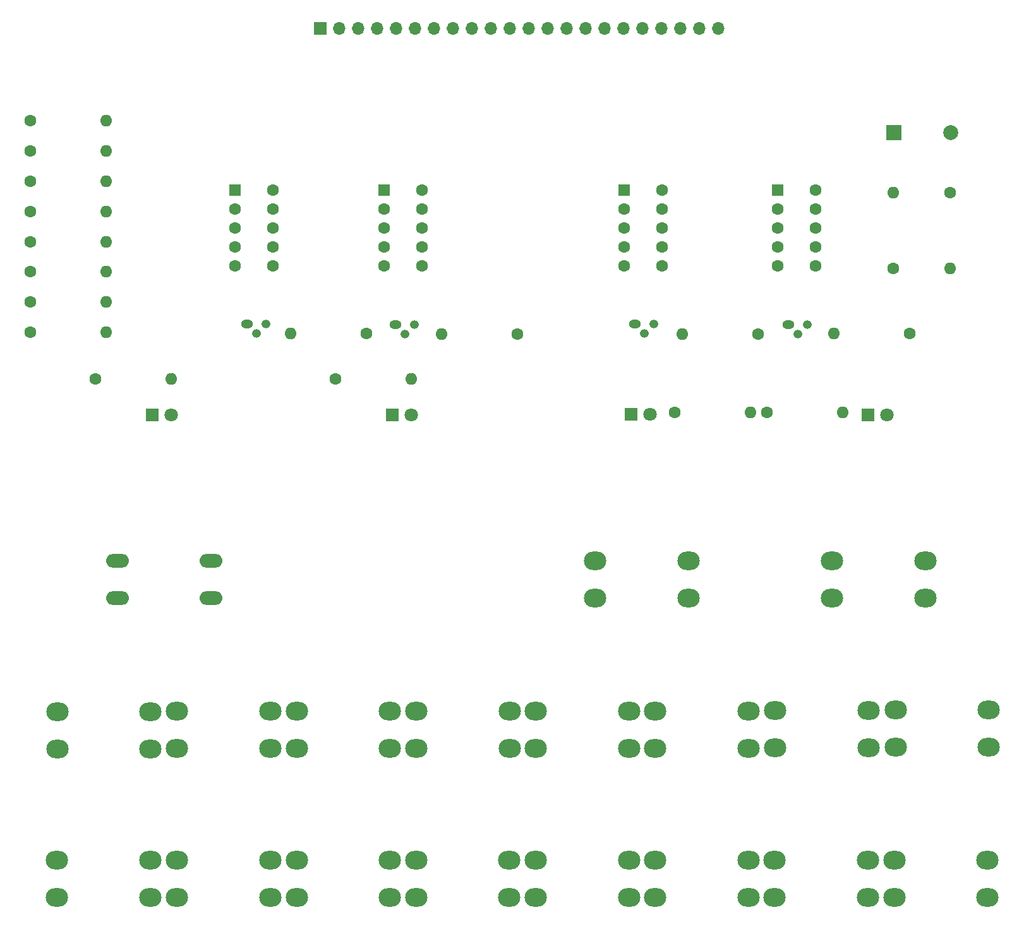
<source format=gts>
%TF.GenerationSoftware,KiCad,Pcbnew,7.0.6*%
%TF.CreationDate,2024-01-22T18:50:27-05:00*%
%TF.ProjectId,CHESSmate PCB,43484553-536d-4617-9465-205043422e6b,rev?*%
%TF.SameCoordinates,Original*%
%TF.FileFunction,Soldermask,Top*%
%TF.FilePolarity,Negative*%
%FSLAX46Y46*%
G04 Gerber Fmt 4.6, Leading zero omitted, Abs format (unit mm)*
G04 Created by KiCad (PCBNEW 7.0.6) date 2024-01-22 18:50:27*
%MOMM*%
%LPD*%
G01*
G04 APERTURE LIST*
%ADD10O,1.600000X1.200000*%
%ADD11O,1.200000X1.200000*%
%ADD12R,1.700000X1.700000*%
%ADD13O,1.700000X1.700000*%
%ADD14R,2.000000X2.000000*%
%ADD15C,2.000000*%
%ADD16O,3.048000X1.850000*%
%ADD17C,1.600000*%
%ADD18O,1.600000X1.600000*%
%ADD19R,1.600000X1.600000*%
%ADD20O,3.000000X2.500000*%
%ADD21R,1.800000X1.800000*%
%ADD22C,1.800000*%
G04 APERTURE END LIST*
D10*
%TO.C,2N2222A*%
X99730000Y-69360000D03*
D11*
X101000000Y-70630000D03*
X102270000Y-69360000D03*
%TD*%
D10*
%TO.C,2N2222A*%
X152404724Y-69364724D03*
D11*
X153674724Y-70634724D03*
X154944724Y-69364724D03*
%TD*%
D10*
%TO.C,2N2222A*%
X131820000Y-69340000D03*
D11*
X133090000Y-70610000D03*
X134360000Y-69340000D03*
%TD*%
D10*
%TO.C,2N2222A*%
X79804724Y-69284724D03*
D11*
X81074724Y-70554724D03*
X82344724Y-69284724D03*
%TD*%
D12*
%TO.C,J1*%
X89662000Y-29718000D03*
D13*
X92202000Y-29718000D03*
X94742000Y-29718000D03*
X97282000Y-29718000D03*
X99822000Y-29718000D03*
X102362000Y-29718000D03*
X104902000Y-29718000D03*
X107442000Y-29718000D03*
X109982000Y-29718000D03*
X112522000Y-29718000D03*
X115062000Y-29718000D03*
X117602000Y-29718000D03*
X120142000Y-29718000D03*
X122682000Y-29718000D03*
X125222000Y-29718000D03*
X127762000Y-29718000D03*
X130302000Y-29718000D03*
X132842000Y-29718000D03*
X135382000Y-29718000D03*
X137922000Y-29718000D03*
X140462000Y-29718000D03*
X143002000Y-29718000D03*
%TD*%
D14*
%TO.C,BZ1*%
X166510000Y-43670000D03*
D15*
X174110000Y-43670000D03*
%TD*%
D16*
%TO.C,SW17*%
X62470000Y-101070000D03*
X74970000Y-101070000D03*
X62470000Y-106070000D03*
X74970000Y-106070000D03*
%TD*%
D17*
%TO.C,75R*%
X59480000Y-76690000D03*
D18*
X69640000Y-76690000D03*
%TD*%
D17*
%TO.C,10K*%
X95850000Y-70560000D03*
D18*
X85690000Y-70560000D03*
%TD*%
D19*
%TO.C,3161AS*%
X98210000Y-51350000D03*
D17*
X98210000Y-53890000D03*
X98210000Y-56430000D03*
X98210000Y-58970000D03*
X98210000Y-61510000D03*
X103290000Y-61510000D03*
X103290000Y-58970000D03*
X103290000Y-56430000D03*
X103290000Y-53890000D03*
X103290000Y-51350000D03*
%TD*%
D18*
%TO.C,75R*%
X159640000Y-81170000D03*
D17*
X149480000Y-81170000D03*
%TD*%
%TO.C,470R*%
X50780000Y-66370000D03*
D18*
X60940000Y-66370000D03*
%TD*%
D20*
%TO.C,SW8*%
X166740000Y-121060000D03*
X179240000Y-121060000D03*
X166740000Y-126060000D03*
X179240000Y-126060000D03*
%TD*%
D17*
%TO.C,1K*%
X174060000Y-51720000D03*
D18*
X174060000Y-61880000D03*
%TD*%
D21*
%TO.C,D3*%
X131260000Y-81440000D03*
D22*
X133800000Y-81440000D03*
%TD*%
D17*
%TO.C,470R*%
X50780000Y-42070000D03*
D18*
X60940000Y-42070000D03*
%TD*%
D17*
%TO.C,470R*%
X50780000Y-62320000D03*
D18*
X60940000Y-62320000D03*
%TD*%
D17*
%TO.C,470R*%
X50780000Y-70420000D03*
D18*
X60940000Y-70420000D03*
%TD*%
D17*
%TO.C,470R*%
X50780000Y-58270000D03*
D18*
X60940000Y-58270000D03*
%TD*%
D20*
%TO.C,SW3*%
X86480000Y-121240000D03*
X98980000Y-121240000D03*
X86480000Y-126240000D03*
X98980000Y-126240000D03*
%TD*%
D18*
%TO.C,75R*%
X147270000Y-81180000D03*
D17*
X137110000Y-81180000D03*
%TD*%
%TO.C,75R*%
X91630000Y-76670000D03*
D18*
X101790000Y-76670000D03*
%TD*%
D20*
%TO.C,SW2*%
X70440000Y-121240000D03*
X82940000Y-121240000D03*
X70440000Y-126240000D03*
X82940000Y-126240000D03*
%TD*%
D21*
%TO.C,D2*%
X99290000Y-81500000D03*
D22*
X101830000Y-81500000D03*
%TD*%
D17*
%TO.C,10K*%
X148310000Y-70630000D03*
D18*
X138150000Y-70630000D03*
%TD*%
D20*
%TO.C,SW18*%
X126470000Y-101080000D03*
X138970000Y-101080000D03*
X126470000Y-106080000D03*
X138970000Y-106080000D03*
%TD*%
%TO.C,SW19*%
X158220000Y-101060000D03*
X170720000Y-101060000D03*
X158220000Y-106060000D03*
X170720000Y-106060000D03*
%TD*%
D21*
%TO.C,D1*%
X67100000Y-81540000D03*
D22*
X69640000Y-81540000D03*
%TD*%
D17*
%TO.C,10K*%
X116060000Y-70640000D03*
D18*
X105900000Y-70640000D03*
%TD*%
D17*
%TO.C,470R*%
X50780000Y-54220000D03*
D18*
X60940000Y-54220000D03*
%TD*%
D20*
%TO.C,SW6*%
X134550000Y-121200000D03*
X147050000Y-121200000D03*
X134550000Y-126200000D03*
X147050000Y-126200000D03*
%TD*%
D19*
%TO.C,3161AS*%
X150952500Y-51402500D03*
D17*
X150952500Y-53942500D03*
X150952500Y-56482500D03*
X150952500Y-59022500D03*
X150952500Y-61562500D03*
X156032500Y-61562500D03*
X156032500Y-59022500D03*
X156032500Y-56482500D03*
X156032500Y-53942500D03*
X156032500Y-51402500D03*
%TD*%
%TO.C,470R*%
X50780000Y-50170000D03*
D18*
X60940000Y-50170000D03*
%TD*%
D20*
%TO.C,SW9*%
X54340000Y-141190000D03*
X66840000Y-141190000D03*
X54340000Y-146190000D03*
X66840000Y-146190000D03*
%TD*%
%TO.C,SW12*%
X102470000Y-141170000D03*
X114970000Y-141170000D03*
X102470000Y-146170000D03*
X114970000Y-146170000D03*
%TD*%
D21*
%TO.C,D4*%
X163040000Y-81520000D03*
D22*
X165580000Y-81520000D03*
%TD*%
D17*
%TO.C,470R*%
X50780000Y-46120000D03*
D18*
X60940000Y-46120000D03*
%TD*%
D20*
%TO.C,SW13*%
X118510000Y-141180000D03*
X131010000Y-141180000D03*
X118510000Y-146180000D03*
X131010000Y-146180000D03*
%TD*%
%TO.C,SW14*%
X134520000Y-141180000D03*
X147020000Y-141180000D03*
X134520000Y-146180000D03*
X147020000Y-146180000D03*
%TD*%
%TO.C,SW16*%
X166560000Y-141190000D03*
X179060000Y-141190000D03*
X166560000Y-146190000D03*
X179060000Y-146190000D03*
%TD*%
D17*
%TO.C,10K*%
X168656000Y-70612000D03*
D18*
X158496000Y-70612000D03*
%TD*%
D20*
%TO.C,SW4*%
X115000000Y-126220000D03*
X102500000Y-126220000D03*
X115000000Y-121220000D03*
X102500000Y-121220000D03*
%TD*%
%TO.C,SW1*%
X66880000Y-126270000D03*
X54380000Y-126270000D03*
X66880000Y-121270000D03*
X54380000Y-121270000D03*
%TD*%
%TO.C,SW5*%
X118510000Y-121220000D03*
X131010000Y-121220000D03*
X118510000Y-126220000D03*
X131010000Y-126220000D03*
%TD*%
D17*
%TO.C,1K*%
X166470000Y-61860000D03*
D18*
X166470000Y-51700000D03*
%TD*%
D19*
%TO.C,3161AS*%
X78220000Y-51340000D03*
D17*
X78220000Y-53880000D03*
X78220000Y-56420000D03*
X78220000Y-58960000D03*
X78220000Y-61500000D03*
X83300000Y-61500000D03*
X83300000Y-58960000D03*
X83300000Y-56420000D03*
X83300000Y-53880000D03*
X83300000Y-51340000D03*
%TD*%
D20*
%TO.C,SW11*%
X86470000Y-141210000D03*
X98970000Y-141210000D03*
X86470000Y-146210000D03*
X98970000Y-146210000D03*
%TD*%
D19*
%TO.C,3161AS*%
X130370000Y-51340000D03*
D17*
X130370000Y-53880000D03*
X130370000Y-56420000D03*
X130370000Y-58960000D03*
X130370000Y-61500000D03*
X135450000Y-61500000D03*
X135450000Y-58960000D03*
X135450000Y-56420000D03*
X135450000Y-53880000D03*
X135450000Y-51340000D03*
%TD*%
D20*
%TO.C,SW7*%
X150620000Y-121150000D03*
X163120000Y-121150000D03*
X150620000Y-126150000D03*
X163120000Y-126150000D03*
%TD*%
%TO.C,SW15*%
X150520000Y-141180000D03*
X163020000Y-141180000D03*
X150520000Y-146180000D03*
X163020000Y-146180000D03*
%TD*%
%TO.C,SW10*%
X70430000Y-141200000D03*
X82930000Y-141200000D03*
X70430000Y-146200000D03*
X82930000Y-146200000D03*
%TD*%
M02*

</source>
